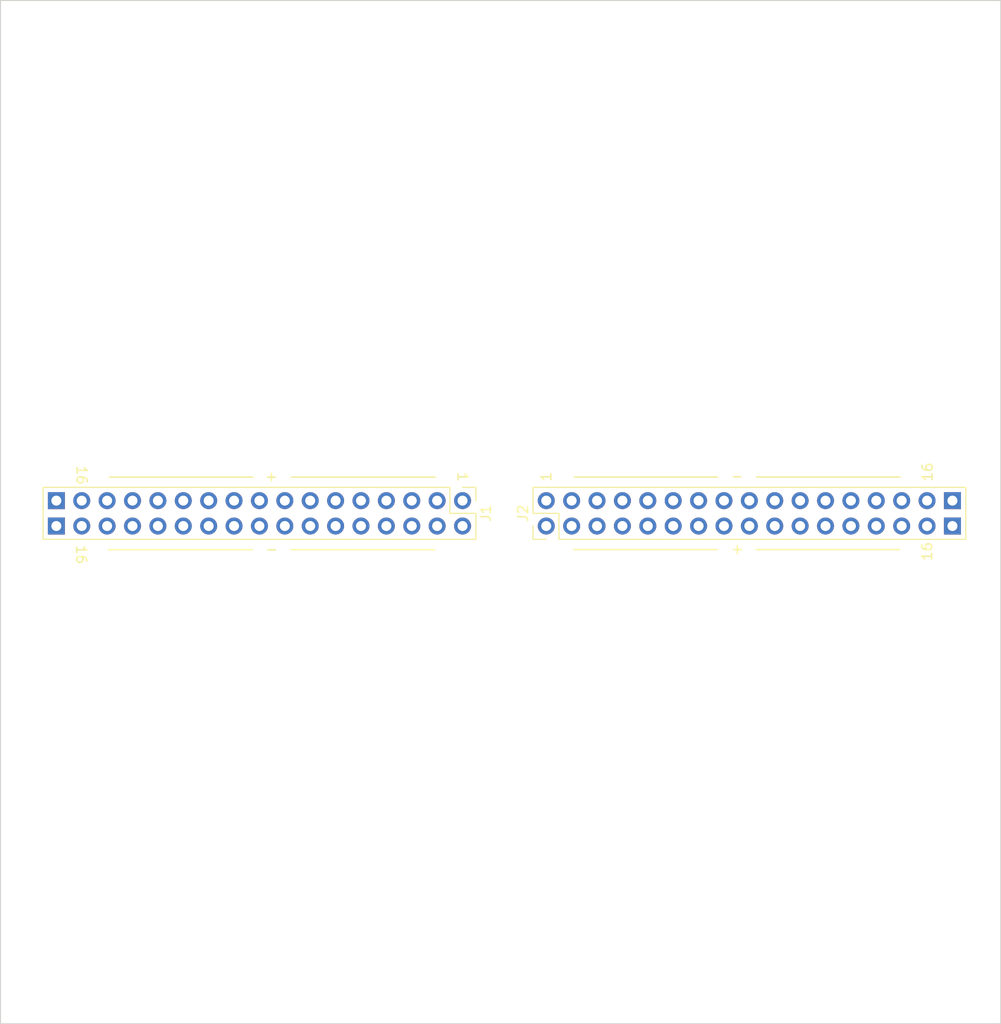
<source format=kicad_pcb>
(kicad_pcb (version 20241229) (generator "pcbnew") (generator_version "9.0")
  (layers (0 "F.Cu" signal) (4 "In1.Cu" signal) (6 "In2.Cu" signal) (2 "B.Cu" signal) (13 "F.Paste" user) (15 "B.Paste" user) (5 "F.SilkS" user "F.Silkscreen") (7 "B.SilkS" user "B.Silkscreen") (1 "F.Mask" user) (3 "B.Mask" user) (25 "Edge.Cuts" user))
  (net 0 "")
  (net 1 "/Ch2+")
  (net 2 "/Ch1+")
  (net 3 "/Ch1-")
  (net 4 "/Ch7+")
  (net 5 "/Ch3-")
  (net 6 "/Ch15+")
  (net 7 "/Ch4+")
  (net 8 "/Ch12-")
  (net 9 "/Ch5+")
  (net 10 "/Ch8-")
  (net 11 "/Ch2-")
  (net 12 "/Ch9+")
  (net 13 "/Ch0-")
  (net 14 "/Ch12+")
  (net 15 "/Ch11-")
  (net 16 "/Ch11+")
  (net 17 "/Ch0+")
  (net 18 "/Ch4-")
  (net 19 "/Ch10+")
  (net 20 "/Ch14+")
  (net 21 "/Ch6+")
  (net 22 "GND")
  (net 23 "/Ch10-")
  (net 24 "/Ch7-")
  (net 25 "/Ch6-")
  (net 26 "/Ch5-")
  (net 27 "/Ch3+")
  (net 28 "/Ch14-")
  (net 29 "/Ch8+")
  (net 30 "/Ch9-")
  (net 31 "/Ch15-")
  (net 32 "/Ch13+")
  (net 33 "/Ch13-")
  (footprint "Kria_Board_Parts:PinHeader_2x17_P2.54mm_Vertical_ECL" (layer "F.Cu") (at 74.925 34.798 90)
    (property "Reference" "J2" (at 1.27 -2.33 90) (layer "F.SilkS"))
    (property "Value" "Conn_02x16" (hide yes))
    (fp_line (start 3.87 -1.33) (end 3.87 41.97) (stroke (width 0.12)) (layer "F.SilkS"))
    (fp_line (start 1.27 -1.33) (end 3.87 -1.33) (stroke (width 0.12)) (layer "F.SilkS"))
    (fp_line (start -1.33 -1.33) (end 0 -1.33) (stroke (width 0.12)) (layer "F.SilkS"))
    (fp_line (start -1.33 0) (end -1.33 -1.33) (stroke (width 0.12)) (layer "F.SilkS"))
    (fp_line (start 1.27 1.27) (end 1.27 -1.33) (stroke (width 0.12)) (layer "F.SilkS"))
    (fp_line (start -1.33 1.27) (end 1.27 1.27) (stroke (width 0.12)) (layer "F.SilkS"))
    (fp_line (start -1.33 1.27) (end -1.33 41.97) (stroke (width 0.12)) (layer "F.SilkS"))
    (fp_line (start -2.35 2.75) (end -2.35 17.1) (stroke (width 0.15)) (layer "F.SilkS"))
    (fp_line (start 4.9 2.8) (end 4.9 17.15) (stroke (width 0.15)) (layer "F.SilkS"))
    (fp_line (start -2.35 21) (end -2.35 35.35) (stroke (width 0.15)) (layer "F.SilkS"))
    (fp_line (start 4.9 21.05) (end 4.9 35.4) (stroke (width 0.15)) (layer "F.SilkS"))
    (fp_line (start -1.33 41.97) (end 3.87 41.97) (stroke (width 0.12)) (layer "F.SilkS"))
    (fp_text user "-" (at 4.85 19.1 180) (layer "F.SilkS"))
    (fp_text user "16" (at -1.5 38.1 90) (layer "F.SilkS") (effects (justify right)))
    (fp_text user "+" (at -2.35 19.05 90) (layer "F.SilkS"))
    (fp_text user "1" (at 4.35 0 90) (layer "F.SilkS") (effects (justify left)))
    (fp_text user "16" (at 4.35 38.15 90) (layer "F.SilkS") (effects (justify left)))
    (pad "1" thru_hole circle (at 0 0 90) (size 1.7 1.7) (drill 1) (layers "*.Cu" "*.Mask") (net 17 "/Ch0+"))
    (pad "2" thru_hole oval (at 2.54 0 90) (size 1.7 1.7) (drill 1) (layers "*.Cu" "*.Mask") (net 13 "/Ch0-"))
    (pad "3" thru_hole oval (at 0 2.54 90) (size 1.7 1.7) (drill 1) (layers "*.Cu" "*.Mask") (net 2 "/Ch1+"))
    (pad "4" thru_hole oval (at 2.54 2.54 90) (size 1.7 1.7) (drill 1) (layers "*.Cu" "*.Mask") (net 3 "/Ch1-"))
    (pad "5" thru_hole oval (at 0 5.08 90) (size 1.7 1.7) (drill 1) (layers "*.Cu" "*.Mask") (net 1 "/Ch2+"))
    (pad "6" thru_hole oval (at 2.54 5.08 90) (size 1.7 1.7) (drill 1) (layers "*.Cu" "*.Mask") (net 11 "/Ch2-"))
    (pad "7" thru_hole oval (at 0 7.62 90) (size 1.7 1.7) (drill 1) (layers "*.Cu" "*.Mask") (net 27 "/Ch3+"))
    (pad "8" thru_hole oval (at 2.54 7.62 90) (size 1.7 1.7) (drill 1) (layers "*.Cu" "*.Mask") (net 5 "/Ch3-"))
    (pad "9" thru_hole oval (at 0 10.16 90) (size 1.7 1.7) (drill 1) (layers "*.Cu" "*.Mask") (net 7 "/Ch4+"))
    (pad "10" thru_hole oval (at 2.54 10.16 90) (size 1.7 1.7) (drill 1) (layers "*.Cu" "*.Mask") (net 18 "/Ch4-"))
    (pad "11" thru_hole oval (at 0 12.7 90) (size 1.7 1.7) (drill 1) (layers "*.Cu" "*.Mask") (net 9 "/Ch5+"))
    (pad "12" thru_hole oval (at 2.54 12.7 90) (size 1.7 1.7) (drill 1) (layers "*.Cu" "*.Mask") (net 26 "/Ch5-"))
    (pad "13" thru_hole oval (at 0 15.24 90) (size 1.7 1.7) (drill 1) (layers "*.Cu" "*.Mask") (net 21 "/Ch6+"))
    (pad "14" thru_hole oval (at 2.54 15.24 90) (size 1.7 1.7) (drill 1) (layers "*.Cu" "*.Mask") (net 25 "/Ch6-"))
    (pad "15" thru_hole oval (at 0 17.78 90) (size 1.7 1.7) (drill 1) (layers "*.Cu" "*.Mask") (net 4 "/Ch7+"))
    (pad "16" thru_hole oval (at 2.54 17.78 90) (size 1.7 1.7) (drill 1) (layers "*.Cu" "*.Mask") (net 24 "/Ch7-"))
    (pad "17" thru_hole oval (at 0 20.32 90) (size 1.7 1.7) (drill 1) (layers "*.Cu" "*.Mask") (net 29 "/Ch8+"))
    (pad "18" thru_hole oval (at 2.54 20.32 90) (size 1.7 1.7) (drill 1) (layers "*.Cu" "*.Mask") (net 10 "/Ch8-"))
    (pad "19" thru_hole oval (at 0 22.86 90) (size 1.7 1.7) (drill 1) (layers "*.Cu" "*.Mask") (net 12 "/Ch9+"))
    (pad "20" thru_hole oval (at 2.54 22.86 90) (size 1.7 1.7) (drill 1) (layers "*.Cu" "*.Mask") (net 30 "/Ch9-"))
    (pad "21" thru_hole oval (at 0 25.4 90) (size 1.7 1.7) (drill 1) (layers "*.Cu" "*.Mask") (net 19 "/Ch10+"))
    (pad "22" thru_hole oval (at 2.54 25.4 90) (size 1.7 1.7) (drill 1) (layers "*.Cu" "*.Mask") (net 23 "/Ch10-"))
    (pad "23" thru_hole oval (at 0 27.94 90) (size 1.7 1.7) (drill 1) (layers "*.Cu" "*.Mask") (net 16 "/Ch11+"))
    (pad "24" thru_hole oval (at 2.54 27.94 90) (size 1.7 1.7) (drill 1) (layers "*.Cu" "*.Mask") (net 15 "/Ch11-"))
    (pad "25" thru_hole oval (at 0 30.48 90) (size 1.7 1.7) (drill 1) (layers "*.Cu" "*.Mask") (net 14 "/Ch12+"))
    (pad "26" thru_hole oval (at 2.54 30.48 90) (size 1.7 1.7) (drill 1) (layers "*.Cu" "*.Mask") (net 8 "/Ch12-"))
    (pad "27" thru_hole oval (at 0 33.02 90) (size 1.7 1.7) (drill 1) (layers "*.Cu" "*.Mask") (net 32 "/Ch13+"))
    (pad "28" thru_hole oval (at 2.54 33.02 90) (size 1.7 1.7) (drill 1) (layers "*.Cu" "*.Mask") (net 33 "/Ch13-"))
    (pad "29" thru_hole oval (at 0 35.56 90) (size 1.7 1.7) (drill 1) (layers "*.Cu" "*.Mask") (net 20 "/Ch14+"))
    (pad "30" thru_hole oval (at 2.54 35.56 90) (size 1.7 1.7) (drill 1) (layers "*.Cu" "*.Mask") (net 28 "/Ch14-"))
    (pad "31" thru_hole oval (at 0 38.1 90) (size 1.7 1.7) (drill 1) (layers "*.Cu" "*.Mask") (net 6 "/Ch15+"))
    (pad "32" thru_hole oval (at 2.54 38.1 90) (size 1.7 1.7) (drill 1) (layers "*.Cu" "*.Mask") (net 31 "/Ch15-"))
    (pad "33" thru_hole rect (at 0 40.64 90) (size 1.7 1.7) (drill 1) (layers "*.Cu" "*.Mask") (net 22 "GND"))
    (pad "34" thru_hole rect (at 2.54 40.64 90) (size 1.7 1.7) (drill 1) (layers "*.Cu" "*.Mask") (net 22 "GND"))
  )
  (footprint "Kria_Board_Parts:PinHeader_2x17_P2.54mm_Vertical_ECL" (layer "F.Cu") (at 66.548 32.258 -90)
    (property "Reference" "J1" (at 1.27 -2.33 90) (layer "F.SilkS"))
    (property "Value" "Conn_02x16" (hide yes))
    (fp_line (start -1.33 41.97) (end 3.87 41.97) (stroke (width 0.12)) (layer "F.SilkS"))
    (fp_line (start 4.9 21.05) (end 4.9 35.4) (stroke (width 0.15)) (layer "F.SilkS"))
    (fp_line (start -2.35 21) (end -2.35 35.35) (stroke (width 0.15)) (layer "F.SilkS"))
    (fp_line (start 4.9 2.8) (end 4.9 17.15) (stroke (width 0.15)) (layer "F.SilkS"))
    (fp_line (start -2.35 2.75) (end -2.35 17.1) (stroke (width 0.15)) (layer "F.SilkS"))
    (fp_line (start -1.33 1.27) (end -1.33 41.97) (stroke (width 0.12)) (layer "F.SilkS"))
    (fp_line (start -1.33 1.27) (end 1.27 1.27) (stroke (width 0.12)) (layer "F.SilkS"))
    (fp_line (start 1.27 1.27) (end 1.27 -1.33) (stroke (width 0.12)) (layer "F.SilkS"))
    (fp_line (start -1.33 0) (end -1.33 -1.33) (stroke (width 0.12)) (layer "F.SilkS"))
    (fp_line (start -1.33 -1.33) (end 0 -1.33) (stroke (width 0.12)) (layer "F.SilkS"))
    (fp_line (start 1.27 -1.33) (end 3.87 -1.33) (stroke (width 0.12)) (layer "F.SilkS"))
    (fp_line (start 3.87 -1.33) (end 3.87 41.97) (stroke (width 0.12)) (layer "F.SilkS"))
    (fp_text user "1" (at -1.8 0 270) (layer "F.SilkS") (effects (justify right)))
    (fp_text user "16" (at 4.35 38.15 270) (layer "F.SilkS") (effects (justify left)))
    (fp_text user "16" (at -1.5 38.1 270) (layer "F.SilkS") (effects (justify right)))
    (fp_text user "+" (at -2.35 19.05 270) (layer "F.SilkS"))
    (fp_text user "-" (at 4.85 19.1 0) (layer "F.SilkS"))
    (pad "1" thru_hole circle (at 0 0 270) (size 1.7 1.7) (drill 1) (layers "*.Cu" "*.Mask") (net 17 "/Ch0+"))
    (pad "2" thru_hole oval (at 2.54 0 270) (size 1.7 1.7) (drill 1) (layers "*.Cu" "*.Mask") (net 13 "/Ch0-"))
    (pad "3" thru_hole oval (at 0 2.54 270) (size 1.7 1.7) (drill 1) (layers "*.Cu" "*.Mask") (net 2 "/Ch1+"))
    (pad "4" thru_hole oval (at 2.54 2.54 270) (size 1.7 1.7) (drill 1) (layers "*.Cu" "*.Mask") (net 3 "/Ch1-"))
    (pad "5" thru_hole oval (at 0 5.08 270) (size 1.7 1.7) (drill 1) (layers "*.Cu" "*.Mask") (net 1 "/Ch2+"))
    (pad "6" thru_hole oval (at 2.54 5.08 270) (size 1.7 1.7) (drill 1) (layers "*.Cu" "*.Mask") (net 11 "/Ch2-"))
    (pad "7" thru_hole oval (at 0 7.62 270) (size 1.7 1.7) (drill 1) (layers "*.Cu" "*.Mask") (net 27 "/Ch3+"))
    (pad "8" thru_hole oval (at 2.54 7.62 270) (size 1.7 1.7) (drill 1) (layers "*.Cu" "*.Mask") (net 5 "/Ch3-"))
    (pad "9" thru_hole oval (at 0 10.16 270) (size 1.7 1.7) (drill 1) (layers "*.Cu" "*.Mask") (net 7 "/Ch4+"))
    (pad "10" thru_hole oval (at 2.54 10.16 270) (size 1.7 1.7) (drill 1) (layers "*.Cu" "*.Mask") (net 18 "/Ch4-"))
    (pad "11" thru_hole oval (at 0 12.7 270) (size 1.7 1.7) (drill 1) (layers "*.Cu" "*.Mask") (net 9 "/Ch5+"))
    (pad "12" thru_hole oval (at 2.54 12.7 270) (size 1.7 1.7) (drill 1) (layers "*.Cu" "*.Mask") (net 26 "/Ch5-"))
    (pad "13" thru_hole oval (at 0 15.24 270) (size 1.7 1.7) (drill 1) (layers "*.Cu" "*.Mask") (net 21 "/Ch6+"))
    (pad "14" thru_hole oval (at 2.54 15.24 270) (size 1.7 1.7) (drill 1) (layers "*.Cu" "*.Mask") (net 25 "/Ch6-"))
    (pad "15" thru_hole oval (at 0 17.78 270) (size 1.7 1.7) (drill 1) (layers "*.Cu" "*.Mask") (net 4 "/Ch7+"))
    (pad "16" thru_hole oval (at 2.54 17.78 270) (size 1.7 1.7) (drill 1) (layers "*.Cu" "*.Mask") (net 24 "/Ch7-"))
    (pad "17" thru_hole oval (at 0 20.32 270) (size 1.7 1.7) (drill 1) (layers "*.Cu" "*.Mask") (net 29 "/Ch8+"))
    (pad "18" thru_hole oval (at 2.54 20.32 270) (size 1.7 1.7) (drill 1) (layers "*.Cu" "*.Mask") (net 10 "/Ch8-"))
    (pad "19" thru_hole oval (at 0 22.86 270) (size 1.7 1.7) (drill 1) (layers "*.Cu" "*.Mask") (net 12 "/Ch9+"))
    (pad "20" thru_hole oval (at 2.54 22.86 270) (size 1.7 1.7) (drill 1) (layers "*.Cu" "*.Mask") (net 30 "/Ch9-"))
    (pad "21" thru_hole oval (at 0 25.4 270) (size 1.7 1.7) (drill 1) (layers "*.Cu" "*.Mask") (net 19 "/Ch10+"))
    (pad "22" thru_hole oval (at 2.54 25.4 270) (size 1.7 1.7) (drill 1) (layers "*.Cu" "*.Mask") (net 23 "/Ch10-"))
    (pad "23" thru_hole oval (at 0 27.94 270) (size 1.7 1.7) (drill 1) (layers "*.Cu" "*.Mask") (net 16 "/Ch11+"))
    (pad "24" thru_hole oval (at 2.54 27.94 270) (size 1.7 1.7) (drill 1) (layers "*.Cu" "*.Mask") (net 15 "/Ch11-"))
    (pad "25" thru_hole oval (at 0 30.48 270) (size 1.7 1.7) (drill 1) (layers "*.Cu" "*.Mask") (net 14 "/Ch12+"))
    (pad "26" thru_hole oval (at 2.54 30.48 270) (size 1.7 1.7) (drill 1) (layers "*.Cu" "*.Mask") (net 8 "/Ch12-"))
    (pad "27" thru_hole oval (at 0 33.02 270) (size 1.7 1.7) (drill 1) (layers "*.Cu" "*.Mask") (net 32 "/Ch13+"))
    (pad "28" thru_hole oval (at 2.54 33.02 270) (size 1.7 1.7) (drill 1) (layers "*.Cu" "*.Mask") (net 33 "/Ch13-"))
    (pad "29" thru_hole oval (at 0 35.56 270) (size 1.7 1.7) (drill 1) (layers "*.Cu" "*.Mask") (net 20 "/Ch14+"))
    (pad "30" thru_hole oval (at 2.54 35.56 270) (size 1.7 1.7) (drill 1) (layers "*.Cu" "*.Mask") (net 28 "/Ch14-"))
    (pad "31" thru_hole oval (at 0 38.1 270) (size 1.7 1.7) (drill 1) (layers "*.Cu" "*.Mask") (net 6 "/Ch15+"))
    (pad "32" thru_hole oval (at 2.54 38.1 270) (size 1.7 1.7) (drill 1) (layers "*.Cu" "*.Mask") (net 31 "/Ch15-"))
    (pad "33" thru_hole rect (at 0 40.64 270) (size 1.7 1.7) (drill 1) (layers "*.Cu" "*.Mask") (net 22 "GND"))
    (pad "34" thru_hole rect (at 2.54 40.64 270) (size 1.7 1.7) (drill 1) (layers "*.Cu" "*.Mask") (net 22 "GND"))
  )
  (gr_rect (start 20.32 -17.78) (end 120.396 84.582) (stroke (width 0.1)) (fill no) (layer "Edge.Cuts"))
)
</source>
